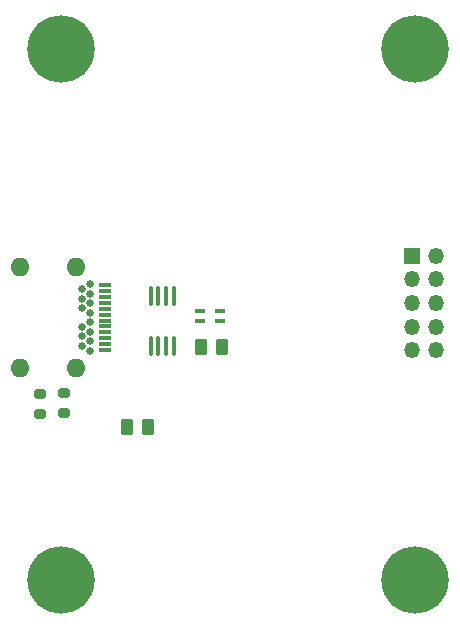
<source format=gbr>
%TF.GenerationSoftware,KiCad,Pcbnew,7.0.6-7.0.6~ubuntu22.04.1*%
%TF.CreationDate,2023-07-12T11:50:11+01:00*%
%TF.ProjectId,simple_2layer,73696d70-6c65-45f3-926c-617965722e6b,rev?*%
%TF.SameCoordinates,Original*%
%TF.FileFunction,Soldermask,Top*%
%TF.FilePolarity,Negative*%
%FSLAX46Y46*%
G04 Gerber Fmt 4.6, Leading zero omitted, Abs format (unit mm)*
G04 Created by KiCad (PCBNEW 7.0.6-7.0.6~ubuntu22.04.1) date 2023-07-12 11:50:11*
%MOMM*%
%LPD*%
G01*
G04 APERTURE LIST*
G04 Aperture macros list*
%AMRoundRect*
0 Rectangle with rounded corners*
0 $1 Rounding radius*
0 $2 $3 $4 $5 $6 $7 $8 $9 X,Y pos of 4 corners*
0 Add a 4 corners polygon primitive as box body*
4,1,4,$2,$3,$4,$5,$6,$7,$8,$9,$2,$3,0*
0 Add four circle primitives for the rounded corners*
1,1,$1+$1,$2,$3*
1,1,$1+$1,$4,$5*
1,1,$1+$1,$6,$7*
1,1,$1+$1,$8,$9*
0 Add four rect primitives between the rounded corners*
20,1,$1+$1,$2,$3,$4,$5,0*
20,1,$1+$1,$4,$5,$6,$7,0*
20,1,$1+$1,$6,$7,$8,$9,0*
20,1,$1+$1,$8,$9,$2,$3,0*%
G04 Aperture macros list end*
%ADD10C,0.650000*%
%ADD11R,1.100000X0.300000*%
%ADD12O,1.600000X1.600000*%
%ADD13C,3.600000*%
%ADD14C,5.700000*%
%ADD15RoundRect,0.100000X-0.100000X0.712500X-0.100000X-0.712500X0.100000X-0.712500X0.100000X0.712500X0*%
%ADD16RoundRect,0.250000X0.262500X0.450000X-0.262500X0.450000X-0.262500X-0.450000X0.262500X-0.450000X0*%
%ADD17RoundRect,0.200000X-0.275000X0.200000X-0.275000X-0.200000X0.275000X-0.200000X0.275000X0.200000X0*%
%ADD18R,0.900000X0.400000*%
%ADD19R,1.350000X1.350000*%
%ADD20O,1.350000X1.350000*%
%ADD21RoundRect,0.250000X-0.262500X-0.450000X0.262500X-0.450000X0.262500X0.450000X-0.262500X0.450000X0*%
G04 APERTURE END LIST*
D10*
%TO.C,J2*%
X106760000Y-99350000D03*
X106760000Y-96950000D03*
X106760000Y-98550000D03*
X106760000Y-96150000D03*
D11*
X108770000Y-96000000D03*
X108770000Y-96500000D03*
X108770000Y-99500000D03*
X108770000Y-99000000D03*
D12*
X101580000Y-93480000D03*
D10*
X107460000Y-100550000D03*
X106760000Y-95350000D03*
X107460000Y-97350000D03*
D11*
X108770000Y-95000000D03*
X108770000Y-95500000D03*
D12*
X106310000Y-102020000D03*
X101580000Y-102020000D03*
D10*
X107460000Y-96550000D03*
D11*
X108770000Y-98500000D03*
X108770000Y-100000000D03*
D10*
X106760000Y-100150000D03*
X107460000Y-94950000D03*
D11*
X108770000Y-97000000D03*
X108770000Y-97500000D03*
D10*
X107460000Y-98950000D03*
X107460000Y-98150000D03*
X107460000Y-95750000D03*
D12*
X106310000Y-93480000D03*
D10*
X107460000Y-99750000D03*
D11*
X108770000Y-98000000D03*
X108770000Y-100500000D03*
%TD*%
D13*
%TO.C,H3*%
X105000000Y-120000000D03*
D14*
X105000000Y-120000000D03*
%TD*%
D13*
%TO.C,H2*%
X135000000Y-75000000D03*
D14*
X135000000Y-75000000D03*
%TD*%
D15*
%TO.C,U1*%
X114550000Y-95907500D03*
X113900000Y-95907500D03*
X113250000Y-95907500D03*
X112600000Y-95907500D03*
X112600000Y-100132500D03*
X113250000Y-100132500D03*
X113900000Y-100132500D03*
X114550000Y-100132500D03*
%TD*%
D16*
%TO.C,L1*%
X118662500Y-100250000D03*
X116837500Y-100250000D03*
%TD*%
D13*
%TO.C,H1*%
X105000000Y-75000000D03*
D14*
X105000000Y-75000000D03*
%TD*%
D17*
%TO.C,R1*%
X103270000Y-104250000D03*
X103270000Y-105900000D03*
%TD*%
D18*
%TO.C,FL1*%
X118450000Y-98020000D03*
X118450000Y-97220000D03*
X116750000Y-97220000D03*
X116750000Y-98020000D03*
%TD*%
D13*
%TO.C,H4*%
X135000000Y-120000000D03*
D14*
X135000000Y-120000000D03*
%TD*%
D19*
%TO.C,J1*%
X134750000Y-92520000D03*
D20*
X136750000Y-92520000D03*
X134750000Y-94520000D03*
X136750000Y-94520000D03*
X134750000Y-96520000D03*
X136750000Y-96520000D03*
X134750000Y-98520000D03*
X136750000Y-98520000D03*
X134750000Y-100520000D03*
X136750000Y-100520000D03*
%TD*%
D17*
%TO.C,R2*%
X105250000Y-104175000D03*
X105250000Y-105825000D03*
%TD*%
D21*
%TO.C,L2*%
X110587500Y-107000000D03*
X112412500Y-107000000D03*
%TD*%
M02*

</source>
